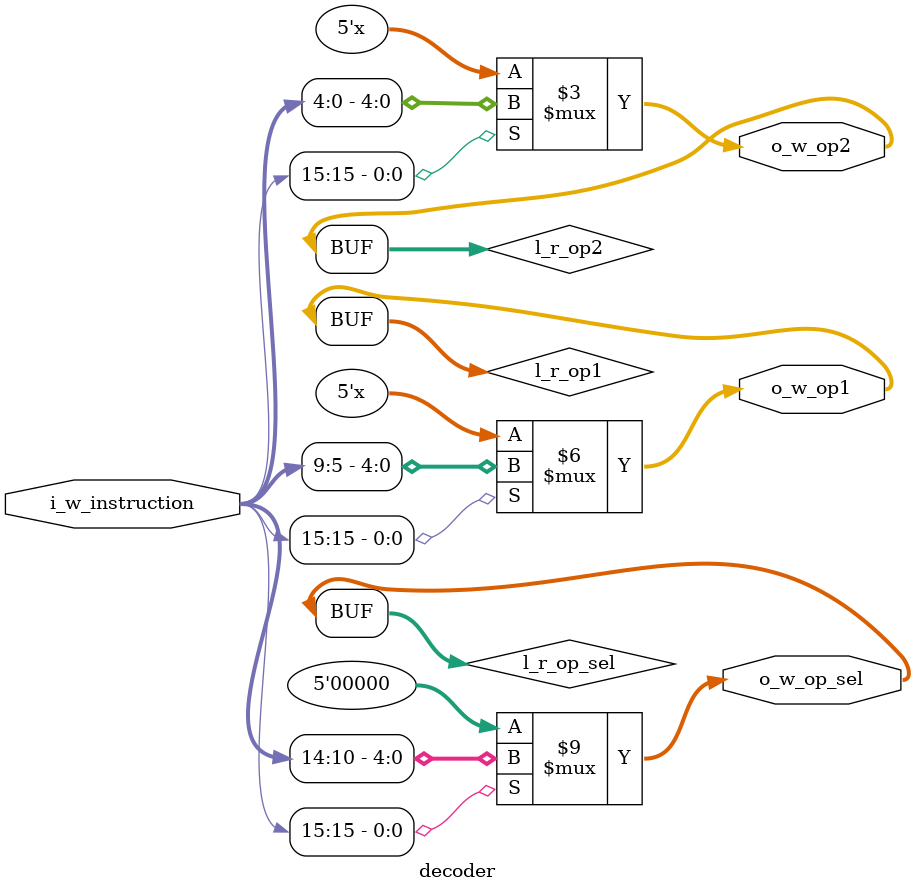
<source format=v>
`timescale 1ns / 1ps

module decoder(
    output wire[4:0] o_w_op1,        // first operand
    output wire[4:0] o_w_op2,        // second operand
    output wire[4:0] o_w_op_sel,     // opcode
    input wire[15:0] i_w_instruction // instruction 
);

    //local registers
    reg[4:0] l_r_op1;
    reg[4:0] l_r_op2;
    reg[4:0] l_r_op_sel;

    //  decode 16-bits instruction
    always @(*) begin
        // is an ALU operation (MSB is 1)
        if(i_w_instruction[15]) begin
            l_r_op_sel = i_w_instruction[14:10];// get operation(opcode)
            l_r_op1 = i_w_instruction[9:5];     // get first operand
            l_r_op2 = i_w_instruction[4:0];     // get second operand
        end else begin
            l_r_op_sel = 5'b00000;
            l_r_op1 = 5'bzzzzz;
            l_r_op2 = 5'bzzzzz;
        end
    end

    //assign output wires
    assign o_w_op_sel = l_r_op_sel;
    assign o_w_op1 = l_r_op1;
    assign o_w_op2 = l_r_op2;
endmodule

</source>
